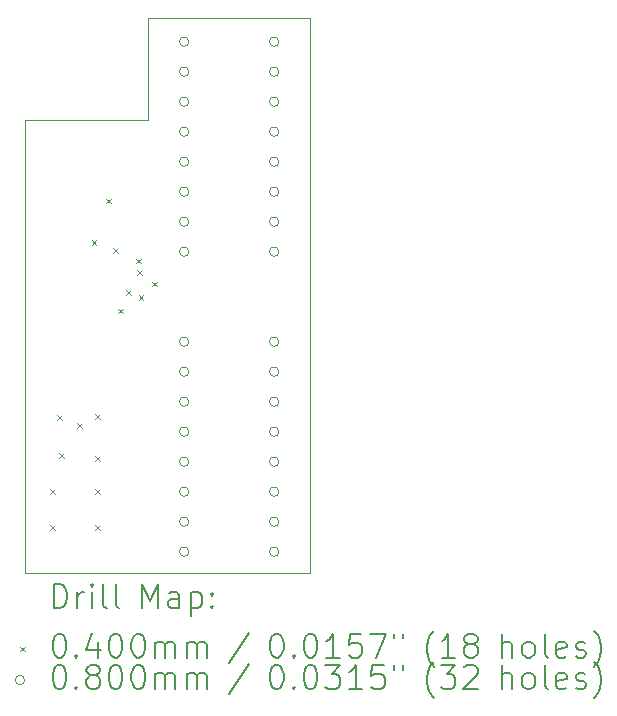
<source format=gbr>
%TF.GenerationSoftware,KiCad,Pcbnew,(7.0.0)*%
%TF.CreationDate,2023-08-04T20:04:34+01:00*%
%TF.ProjectId,DataIODecode,44617461-494f-4446-9563-6f64652e6b69,rev?*%
%TF.SameCoordinates,Original*%
%TF.FileFunction,Drillmap*%
%TF.FilePolarity,Positive*%
%FSLAX45Y45*%
G04 Gerber Fmt 4.5, Leading zero omitted, Abs format (unit mm)*
G04 Created by KiCad (PCBNEW (7.0.0)) date 2023-08-04 20:04:34*
%MOMM*%
%LPD*%
G01*
G04 APERTURE LIST*
%ADD10C,0.100000*%
%ADD11C,0.200000*%
%ADD12C,0.040000*%
%ADD13C,0.080000*%
G04 APERTURE END LIST*
D10*
X14249400Y-7924800D02*
X13208000Y-7924800D01*
X13208000Y-7924800D02*
X13208000Y-11760200D01*
X15621000Y-7061200D02*
X15621000Y-11760200D01*
X15621000Y-11760200D02*
X13208000Y-11760200D01*
X14249400Y-7061200D02*
X15621000Y-7061200D01*
X14249400Y-7924800D02*
X14249400Y-7061200D01*
D11*
D12*
X13416600Y-11054400D02*
X13456600Y-11094400D01*
X13456600Y-11054400D02*
X13416600Y-11094400D01*
X13416600Y-11359200D02*
X13456600Y-11399200D01*
X13456600Y-11359200D02*
X13416600Y-11399200D01*
X13476350Y-10423150D02*
X13516350Y-10463150D01*
X13516350Y-10423150D02*
X13476350Y-10463150D01*
X13492800Y-10749600D02*
X13532800Y-10789600D01*
X13532800Y-10749600D02*
X13492800Y-10789600D01*
X13645200Y-10495600D02*
X13685200Y-10535600D01*
X13685200Y-10495600D02*
X13645200Y-10535600D01*
X13770920Y-8941790D02*
X13810920Y-8981790D01*
X13810920Y-8941790D02*
X13770920Y-8981790D01*
X13797600Y-10419400D02*
X13837600Y-10459400D01*
X13837600Y-10419400D02*
X13797600Y-10459400D01*
X13797600Y-10775000D02*
X13837600Y-10815000D01*
X13837600Y-10775000D02*
X13797600Y-10815000D01*
X13797600Y-11054400D02*
X13837600Y-11094400D01*
X13837600Y-11054400D02*
X13797600Y-11094400D01*
X13797600Y-11359200D02*
X13837600Y-11399200D01*
X13837600Y-11359200D02*
X13797600Y-11399200D01*
X13895440Y-8593690D02*
X13935440Y-8633690D01*
X13935440Y-8593690D02*
X13895440Y-8633690D01*
X13951890Y-9014820D02*
X13991890Y-9054820D01*
X13991890Y-9014820D02*
X13951890Y-9054820D01*
X13992261Y-9525311D02*
X14032261Y-9565311D01*
X14032261Y-9525311D02*
X13992261Y-9565311D01*
X14062590Y-9370460D02*
X14102590Y-9410460D01*
X14102590Y-9370460D02*
X14062590Y-9410460D01*
X14148800Y-9100560D02*
X14188800Y-9140560D01*
X14188800Y-9100560D02*
X14148800Y-9140560D01*
X14155110Y-9200790D02*
X14195110Y-9240790D01*
X14195110Y-9200790D02*
X14155110Y-9240790D01*
X14168150Y-9412990D02*
X14208150Y-9452990D01*
X14208150Y-9412990D02*
X14168150Y-9452990D01*
X14285265Y-9295875D02*
X14325265Y-9335875D01*
X14325265Y-9295875D02*
X14285265Y-9335875D01*
D13*
X14594200Y-7264400D02*
G75*
G03*
X14594200Y-7264400I-40000J0D01*
G01*
X14594200Y-7518400D02*
G75*
G03*
X14594200Y-7518400I-40000J0D01*
G01*
X14594200Y-7772400D02*
G75*
G03*
X14594200Y-7772400I-40000J0D01*
G01*
X14594200Y-8026400D02*
G75*
G03*
X14594200Y-8026400I-40000J0D01*
G01*
X14594200Y-8280400D02*
G75*
G03*
X14594200Y-8280400I-40000J0D01*
G01*
X14594200Y-8534400D02*
G75*
G03*
X14594200Y-8534400I-40000J0D01*
G01*
X14594200Y-8788400D02*
G75*
G03*
X14594200Y-8788400I-40000J0D01*
G01*
X14594200Y-9042400D02*
G75*
G03*
X14594200Y-9042400I-40000J0D01*
G01*
X14594200Y-9804400D02*
G75*
G03*
X14594200Y-9804400I-40000J0D01*
G01*
X14594200Y-10058400D02*
G75*
G03*
X14594200Y-10058400I-40000J0D01*
G01*
X14594200Y-10312400D02*
G75*
G03*
X14594200Y-10312400I-40000J0D01*
G01*
X14594200Y-10566400D02*
G75*
G03*
X14594200Y-10566400I-40000J0D01*
G01*
X14594200Y-10820400D02*
G75*
G03*
X14594200Y-10820400I-40000J0D01*
G01*
X14594200Y-11074400D02*
G75*
G03*
X14594200Y-11074400I-40000J0D01*
G01*
X14594200Y-11328400D02*
G75*
G03*
X14594200Y-11328400I-40000J0D01*
G01*
X14594200Y-11582400D02*
G75*
G03*
X14594200Y-11582400I-40000J0D01*
G01*
X15356200Y-7264400D02*
G75*
G03*
X15356200Y-7264400I-40000J0D01*
G01*
X15356200Y-7518400D02*
G75*
G03*
X15356200Y-7518400I-40000J0D01*
G01*
X15356200Y-7772400D02*
G75*
G03*
X15356200Y-7772400I-40000J0D01*
G01*
X15356200Y-8026400D02*
G75*
G03*
X15356200Y-8026400I-40000J0D01*
G01*
X15356200Y-8280400D02*
G75*
G03*
X15356200Y-8280400I-40000J0D01*
G01*
X15356200Y-8534400D02*
G75*
G03*
X15356200Y-8534400I-40000J0D01*
G01*
X15356200Y-8788400D02*
G75*
G03*
X15356200Y-8788400I-40000J0D01*
G01*
X15356200Y-9042400D02*
G75*
G03*
X15356200Y-9042400I-40000J0D01*
G01*
X15356200Y-9804400D02*
G75*
G03*
X15356200Y-9804400I-40000J0D01*
G01*
X15356200Y-10058400D02*
G75*
G03*
X15356200Y-10058400I-40000J0D01*
G01*
X15356200Y-10312400D02*
G75*
G03*
X15356200Y-10312400I-40000J0D01*
G01*
X15356200Y-10566400D02*
G75*
G03*
X15356200Y-10566400I-40000J0D01*
G01*
X15356200Y-10820400D02*
G75*
G03*
X15356200Y-10820400I-40000J0D01*
G01*
X15356200Y-11074400D02*
G75*
G03*
X15356200Y-11074400I-40000J0D01*
G01*
X15356200Y-11328400D02*
G75*
G03*
X15356200Y-11328400I-40000J0D01*
G01*
X15356200Y-11582400D02*
G75*
G03*
X15356200Y-11582400I-40000J0D01*
G01*
D11*
X13450619Y-12058676D02*
X13450619Y-11858676D01*
X13450619Y-11858676D02*
X13498238Y-11858676D01*
X13498238Y-11858676D02*
X13526809Y-11868200D01*
X13526809Y-11868200D02*
X13545857Y-11887248D01*
X13545857Y-11887248D02*
X13555381Y-11906295D01*
X13555381Y-11906295D02*
X13564905Y-11944390D01*
X13564905Y-11944390D02*
X13564905Y-11972962D01*
X13564905Y-11972962D02*
X13555381Y-12011057D01*
X13555381Y-12011057D02*
X13545857Y-12030105D01*
X13545857Y-12030105D02*
X13526809Y-12049152D01*
X13526809Y-12049152D02*
X13498238Y-12058676D01*
X13498238Y-12058676D02*
X13450619Y-12058676D01*
X13650619Y-12058676D02*
X13650619Y-11925343D01*
X13650619Y-11963438D02*
X13660143Y-11944390D01*
X13660143Y-11944390D02*
X13669667Y-11934867D01*
X13669667Y-11934867D02*
X13688714Y-11925343D01*
X13688714Y-11925343D02*
X13707762Y-11925343D01*
X13774428Y-12058676D02*
X13774428Y-11925343D01*
X13774428Y-11858676D02*
X13764905Y-11868200D01*
X13764905Y-11868200D02*
X13774428Y-11877724D01*
X13774428Y-11877724D02*
X13783952Y-11868200D01*
X13783952Y-11868200D02*
X13774428Y-11858676D01*
X13774428Y-11858676D02*
X13774428Y-11877724D01*
X13898238Y-12058676D02*
X13879190Y-12049152D01*
X13879190Y-12049152D02*
X13869667Y-12030105D01*
X13869667Y-12030105D02*
X13869667Y-11858676D01*
X14003000Y-12058676D02*
X13983952Y-12049152D01*
X13983952Y-12049152D02*
X13974428Y-12030105D01*
X13974428Y-12030105D02*
X13974428Y-11858676D01*
X14199190Y-12058676D02*
X14199190Y-11858676D01*
X14199190Y-11858676D02*
X14265857Y-12001533D01*
X14265857Y-12001533D02*
X14332524Y-11858676D01*
X14332524Y-11858676D02*
X14332524Y-12058676D01*
X14513476Y-12058676D02*
X14513476Y-11953914D01*
X14513476Y-11953914D02*
X14503952Y-11934867D01*
X14503952Y-11934867D02*
X14484905Y-11925343D01*
X14484905Y-11925343D02*
X14446809Y-11925343D01*
X14446809Y-11925343D02*
X14427762Y-11934867D01*
X14513476Y-12049152D02*
X14494428Y-12058676D01*
X14494428Y-12058676D02*
X14446809Y-12058676D01*
X14446809Y-12058676D02*
X14427762Y-12049152D01*
X14427762Y-12049152D02*
X14418238Y-12030105D01*
X14418238Y-12030105D02*
X14418238Y-12011057D01*
X14418238Y-12011057D02*
X14427762Y-11992009D01*
X14427762Y-11992009D02*
X14446809Y-11982486D01*
X14446809Y-11982486D02*
X14494428Y-11982486D01*
X14494428Y-11982486D02*
X14513476Y-11972962D01*
X14608714Y-11925343D02*
X14608714Y-12125343D01*
X14608714Y-11934867D02*
X14627762Y-11925343D01*
X14627762Y-11925343D02*
X14665857Y-11925343D01*
X14665857Y-11925343D02*
X14684905Y-11934867D01*
X14684905Y-11934867D02*
X14694428Y-11944390D01*
X14694428Y-11944390D02*
X14703952Y-11963438D01*
X14703952Y-11963438D02*
X14703952Y-12020581D01*
X14703952Y-12020581D02*
X14694428Y-12039628D01*
X14694428Y-12039628D02*
X14684905Y-12049152D01*
X14684905Y-12049152D02*
X14665857Y-12058676D01*
X14665857Y-12058676D02*
X14627762Y-12058676D01*
X14627762Y-12058676D02*
X14608714Y-12049152D01*
X14789667Y-12039628D02*
X14799190Y-12049152D01*
X14799190Y-12049152D02*
X14789667Y-12058676D01*
X14789667Y-12058676D02*
X14780143Y-12049152D01*
X14780143Y-12049152D02*
X14789667Y-12039628D01*
X14789667Y-12039628D02*
X14789667Y-12058676D01*
X14789667Y-11934867D02*
X14799190Y-11944390D01*
X14799190Y-11944390D02*
X14789667Y-11953914D01*
X14789667Y-11953914D02*
X14780143Y-11944390D01*
X14780143Y-11944390D02*
X14789667Y-11934867D01*
X14789667Y-11934867D02*
X14789667Y-11953914D01*
D12*
X13163000Y-12385200D02*
X13203000Y-12425200D01*
X13203000Y-12385200D02*
X13163000Y-12425200D01*
D11*
X13488714Y-12278676D02*
X13507762Y-12278676D01*
X13507762Y-12278676D02*
X13526809Y-12288200D01*
X13526809Y-12288200D02*
X13536333Y-12297724D01*
X13536333Y-12297724D02*
X13545857Y-12316771D01*
X13545857Y-12316771D02*
X13555381Y-12354867D01*
X13555381Y-12354867D02*
X13555381Y-12402486D01*
X13555381Y-12402486D02*
X13545857Y-12440581D01*
X13545857Y-12440581D02*
X13536333Y-12459628D01*
X13536333Y-12459628D02*
X13526809Y-12469152D01*
X13526809Y-12469152D02*
X13507762Y-12478676D01*
X13507762Y-12478676D02*
X13488714Y-12478676D01*
X13488714Y-12478676D02*
X13469667Y-12469152D01*
X13469667Y-12469152D02*
X13460143Y-12459628D01*
X13460143Y-12459628D02*
X13450619Y-12440581D01*
X13450619Y-12440581D02*
X13441095Y-12402486D01*
X13441095Y-12402486D02*
X13441095Y-12354867D01*
X13441095Y-12354867D02*
X13450619Y-12316771D01*
X13450619Y-12316771D02*
X13460143Y-12297724D01*
X13460143Y-12297724D02*
X13469667Y-12288200D01*
X13469667Y-12288200D02*
X13488714Y-12278676D01*
X13641095Y-12459628D02*
X13650619Y-12469152D01*
X13650619Y-12469152D02*
X13641095Y-12478676D01*
X13641095Y-12478676D02*
X13631571Y-12469152D01*
X13631571Y-12469152D02*
X13641095Y-12459628D01*
X13641095Y-12459628D02*
X13641095Y-12478676D01*
X13822048Y-12345343D02*
X13822048Y-12478676D01*
X13774428Y-12269152D02*
X13726809Y-12412009D01*
X13726809Y-12412009D02*
X13850619Y-12412009D01*
X13964905Y-12278676D02*
X13983952Y-12278676D01*
X13983952Y-12278676D02*
X14003000Y-12288200D01*
X14003000Y-12288200D02*
X14012524Y-12297724D01*
X14012524Y-12297724D02*
X14022048Y-12316771D01*
X14022048Y-12316771D02*
X14031571Y-12354867D01*
X14031571Y-12354867D02*
X14031571Y-12402486D01*
X14031571Y-12402486D02*
X14022048Y-12440581D01*
X14022048Y-12440581D02*
X14012524Y-12459628D01*
X14012524Y-12459628D02*
X14003000Y-12469152D01*
X14003000Y-12469152D02*
X13983952Y-12478676D01*
X13983952Y-12478676D02*
X13964905Y-12478676D01*
X13964905Y-12478676D02*
X13945857Y-12469152D01*
X13945857Y-12469152D02*
X13936333Y-12459628D01*
X13936333Y-12459628D02*
X13926809Y-12440581D01*
X13926809Y-12440581D02*
X13917286Y-12402486D01*
X13917286Y-12402486D02*
X13917286Y-12354867D01*
X13917286Y-12354867D02*
X13926809Y-12316771D01*
X13926809Y-12316771D02*
X13936333Y-12297724D01*
X13936333Y-12297724D02*
X13945857Y-12288200D01*
X13945857Y-12288200D02*
X13964905Y-12278676D01*
X14155381Y-12278676D02*
X14174429Y-12278676D01*
X14174429Y-12278676D02*
X14193476Y-12288200D01*
X14193476Y-12288200D02*
X14203000Y-12297724D01*
X14203000Y-12297724D02*
X14212524Y-12316771D01*
X14212524Y-12316771D02*
X14222048Y-12354867D01*
X14222048Y-12354867D02*
X14222048Y-12402486D01*
X14222048Y-12402486D02*
X14212524Y-12440581D01*
X14212524Y-12440581D02*
X14203000Y-12459628D01*
X14203000Y-12459628D02*
X14193476Y-12469152D01*
X14193476Y-12469152D02*
X14174429Y-12478676D01*
X14174429Y-12478676D02*
X14155381Y-12478676D01*
X14155381Y-12478676D02*
X14136333Y-12469152D01*
X14136333Y-12469152D02*
X14126809Y-12459628D01*
X14126809Y-12459628D02*
X14117286Y-12440581D01*
X14117286Y-12440581D02*
X14107762Y-12402486D01*
X14107762Y-12402486D02*
X14107762Y-12354867D01*
X14107762Y-12354867D02*
X14117286Y-12316771D01*
X14117286Y-12316771D02*
X14126809Y-12297724D01*
X14126809Y-12297724D02*
X14136333Y-12288200D01*
X14136333Y-12288200D02*
X14155381Y-12278676D01*
X14307762Y-12478676D02*
X14307762Y-12345343D01*
X14307762Y-12364390D02*
X14317286Y-12354867D01*
X14317286Y-12354867D02*
X14336333Y-12345343D01*
X14336333Y-12345343D02*
X14364905Y-12345343D01*
X14364905Y-12345343D02*
X14383952Y-12354867D01*
X14383952Y-12354867D02*
X14393476Y-12373914D01*
X14393476Y-12373914D02*
X14393476Y-12478676D01*
X14393476Y-12373914D02*
X14403000Y-12354867D01*
X14403000Y-12354867D02*
X14422048Y-12345343D01*
X14422048Y-12345343D02*
X14450619Y-12345343D01*
X14450619Y-12345343D02*
X14469667Y-12354867D01*
X14469667Y-12354867D02*
X14479190Y-12373914D01*
X14479190Y-12373914D02*
X14479190Y-12478676D01*
X14574429Y-12478676D02*
X14574429Y-12345343D01*
X14574429Y-12364390D02*
X14583952Y-12354867D01*
X14583952Y-12354867D02*
X14603000Y-12345343D01*
X14603000Y-12345343D02*
X14631571Y-12345343D01*
X14631571Y-12345343D02*
X14650619Y-12354867D01*
X14650619Y-12354867D02*
X14660143Y-12373914D01*
X14660143Y-12373914D02*
X14660143Y-12478676D01*
X14660143Y-12373914D02*
X14669667Y-12354867D01*
X14669667Y-12354867D02*
X14688714Y-12345343D01*
X14688714Y-12345343D02*
X14717286Y-12345343D01*
X14717286Y-12345343D02*
X14736333Y-12354867D01*
X14736333Y-12354867D02*
X14745857Y-12373914D01*
X14745857Y-12373914D02*
X14745857Y-12478676D01*
X15103952Y-12269152D02*
X14932524Y-12526295D01*
X15328714Y-12278676D02*
X15347762Y-12278676D01*
X15347762Y-12278676D02*
X15366810Y-12288200D01*
X15366810Y-12288200D02*
X15376333Y-12297724D01*
X15376333Y-12297724D02*
X15385857Y-12316771D01*
X15385857Y-12316771D02*
X15395381Y-12354867D01*
X15395381Y-12354867D02*
X15395381Y-12402486D01*
X15395381Y-12402486D02*
X15385857Y-12440581D01*
X15385857Y-12440581D02*
X15376333Y-12459628D01*
X15376333Y-12459628D02*
X15366810Y-12469152D01*
X15366810Y-12469152D02*
X15347762Y-12478676D01*
X15347762Y-12478676D02*
X15328714Y-12478676D01*
X15328714Y-12478676D02*
X15309667Y-12469152D01*
X15309667Y-12469152D02*
X15300143Y-12459628D01*
X15300143Y-12459628D02*
X15290619Y-12440581D01*
X15290619Y-12440581D02*
X15281095Y-12402486D01*
X15281095Y-12402486D02*
X15281095Y-12354867D01*
X15281095Y-12354867D02*
X15290619Y-12316771D01*
X15290619Y-12316771D02*
X15300143Y-12297724D01*
X15300143Y-12297724D02*
X15309667Y-12288200D01*
X15309667Y-12288200D02*
X15328714Y-12278676D01*
X15481095Y-12459628D02*
X15490619Y-12469152D01*
X15490619Y-12469152D02*
X15481095Y-12478676D01*
X15481095Y-12478676D02*
X15471571Y-12469152D01*
X15471571Y-12469152D02*
X15481095Y-12459628D01*
X15481095Y-12459628D02*
X15481095Y-12478676D01*
X15614429Y-12278676D02*
X15633476Y-12278676D01*
X15633476Y-12278676D02*
X15652524Y-12288200D01*
X15652524Y-12288200D02*
X15662048Y-12297724D01*
X15662048Y-12297724D02*
X15671571Y-12316771D01*
X15671571Y-12316771D02*
X15681095Y-12354867D01*
X15681095Y-12354867D02*
X15681095Y-12402486D01*
X15681095Y-12402486D02*
X15671571Y-12440581D01*
X15671571Y-12440581D02*
X15662048Y-12459628D01*
X15662048Y-12459628D02*
X15652524Y-12469152D01*
X15652524Y-12469152D02*
X15633476Y-12478676D01*
X15633476Y-12478676D02*
X15614429Y-12478676D01*
X15614429Y-12478676D02*
X15595381Y-12469152D01*
X15595381Y-12469152D02*
X15585857Y-12459628D01*
X15585857Y-12459628D02*
X15576333Y-12440581D01*
X15576333Y-12440581D02*
X15566810Y-12402486D01*
X15566810Y-12402486D02*
X15566810Y-12354867D01*
X15566810Y-12354867D02*
X15576333Y-12316771D01*
X15576333Y-12316771D02*
X15585857Y-12297724D01*
X15585857Y-12297724D02*
X15595381Y-12288200D01*
X15595381Y-12288200D02*
X15614429Y-12278676D01*
X15871571Y-12478676D02*
X15757286Y-12478676D01*
X15814429Y-12478676D02*
X15814429Y-12278676D01*
X15814429Y-12278676D02*
X15795381Y-12307248D01*
X15795381Y-12307248D02*
X15776333Y-12326295D01*
X15776333Y-12326295D02*
X15757286Y-12335819D01*
X16052524Y-12278676D02*
X15957286Y-12278676D01*
X15957286Y-12278676D02*
X15947762Y-12373914D01*
X15947762Y-12373914D02*
X15957286Y-12364390D01*
X15957286Y-12364390D02*
X15976333Y-12354867D01*
X15976333Y-12354867D02*
X16023952Y-12354867D01*
X16023952Y-12354867D02*
X16043000Y-12364390D01*
X16043000Y-12364390D02*
X16052524Y-12373914D01*
X16052524Y-12373914D02*
X16062048Y-12392962D01*
X16062048Y-12392962D02*
X16062048Y-12440581D01*
X16062048Y-12440581D02*
X16052524Y-12459628D01*
X16052524Y-12459628D02*
X16043000Y-12469152D01*
X16043000Y-12469152D02*
X16023952Y-12478676D01*
X16023952Y-12478676D02*
X15976333Y-12478676D01*
X15976333Y-12478676D02*
X15957286Y-12469152D01*
X15957286Y-12469152D02*
X15947762Y-12459628D01*
X16128714Y-12278676D02*
X16262048Y-12278676D01*
X16262048Y-12278676D02*
X16176333Y-12478676D01*
X16328714Y-12278676D02*
X16328714Y-12316771D01*
X16404905Y-12278676D02*
X16404905Y-12316771D01*
X16667762Y-12554867D02*
X16658238Y-12545343D01*
X16658238Y-12545343D02*
X16639191Y-12516771D01*
X16639191Y-12516771D02*
X16629667Y-12497724D01*
X16629667Y-12497724D02*
X16620143Y-12469152D01*
X16620143Y-12469152D02*
X16610619Y-12421533D01*
X16610619Y-12421533D02*
X16610619Y-12383438D01*
X16610619Y-12383438D02*
X16620143Y-12335819D01*
X16620143Y-12335819D02*
X16629667Y-12307248D01*
X16629667Y-12307248D02*
X16639191Y-12288200D01*
X16639191Y-12288200D02*
X16658238Y-12259628D01*
X16658238Y-12259628D02*
X16667762Y-12250105D01*
X16848714Y-12478676D02*
X16734429Y-12478676D01*
X16791572Y-12478676D02*
X16791572Y-12278676D01*
X16791572Y-12278676D02*
X16772524Y-12307248D01*
X16772524Y-12307248D02*
X16753476Y-12326295D01*
X16753476Y-12326295D02*
X16734429Y-12335819D01*
X16963000Y-12364390D02*
X16943953Y-12354867D01*
X16943953Y-12354867D02*
X16934429Y-12345343D01*
X16934429Y-12345343D02*
X16924905Y-12326295D01*
X16924905Y-12326295D02*
X16924905Y-12316771D01*
X16924905Y-12316771D02*
X16934429Y-12297724D01*
X16934429Y-12297724D02*
X16943953Y-12288200D01*
X16943953Y-12288200D02*
X16963000Y-12278676D01*
X16963000Y-12278676D02*
X17001095Y-12278676D01*
X17001095Y-12278676D02*
X17020143Y-12288200D01*
X17020143Y-12288200D02*
X17029667Y-12297724D01*
X17029667Y-12297724D02*
X17039191Y-12316771D01*
X17039191Y-12316771D02*
X17039191Y-12326295D01*
X17039191Y-12326295D02*
X17029667Y-12345343D01*
X17029667Y-12345343D02*
X17020143Y-12354867D01*
X17020143Y-12354867D02*
X17001095Y-12364390D01*
X17001095Y-12364390D02*
X16963000Y-12364390D01*
X16963000Y-12364390D02*
X16943953Y-12373914D01*
X16943953Y-12373914D02*
X16934429Y-12383438D01*
X16934429Y-12383438D02*
X16924905Y-12402486D01*
X16924905Y-12402486D02*
X16924905Y-12440581D01*
X16924905Y-12440581D02*
X16934429Y-12459628D01*
X16934429Y-12459628D02*
X16943953Y-12469152D01*
X16943953Y-12469152D02*
X16963000Y-12478676D01*
X16963000Y-12478676D02*
X17001095Y-12478676D01*
X17001095Y-12478676D02*
X17020143Y-12469152D01*
X17020143Y-12469152D02*
X17029667Y-12459628D01*
X17029667Y-12459628D02*
X17039191Y-12440581D01*
X17039191Y-12440581D02*
X17039191Y-12402486D01*
X17039191Y-12402486D02*
X17029667Y-12383438D01*
X17029667Y-12383438D02*
X17020143Y-12373914D01*
X17020143Y-12373914D02*
X17001095Y-12364390D01*
X17244905Y-12478676D02*
X17244905Y-12278676D01*
X17330619Y-12478676D02*
X17330619Y-12373914D01*
X17330619Y-12373914D02*
X17321095Y-12354867D01*
X17321095Y-12354867D02*
X17302048Y-12345343D01*
X17302048Y-12345343D02*
X17273476Y-12345343D01*
X17273476Y-12345343D02*
X17254429Y-12354867D01*
X17254429Y-12354867D02*
X17244905Y-12364390D01*
X17454429Y-12478676D02*
X17435381Y-12469152D01*
X17435381Y-12469152D02*
X17425857Y-12459628D01*
X17425857Y-12459628D02*
X17416334Y-12440581D01*
X17416334Y-12440581D02*
X17416334Y-12383438D01*
X17416334Y-12383438D02*
X17425857Y-12364390D01*
X17425857Y-12364390D02*
X17435381Y-12354867D01*
X17435381Y-12354867D02*
X17454429Y-12345343D01*
X17454429Y-12345343D02*
X17483000Y-12345343D01*
X17483000Y-12345343D02*
X17502048Y-12354867D01*
X17502048Y-12354867D02*
X17511572Y-12364390D01*
X17511572Y-12364390D02*
X17521095Y-12383438D01*
X17521095Y-12383438D02*
X17521095Y-12440581D01*
X17521095Y-12440581D02*
X17511572Y-12459628D01*
X17511572Y-12459628D02*
X17502048Y-12469152D01*
X17502048Y-12469152D02*
X17483000Y-12478676D01*
X17483000Y-12478676D02*
X17454429Y-12478676D01*
X17635381Y-12478676D02*
X17616334Y-12469152D01*
X17616334Y-12469152D02*
X17606810Y-12450105D01*
X17606810Y-12450105D02*
X17606810Y-12278676D01*
X17787762Y-12469152D02*
X17768715Y-12478676D01*
X17768715Y-12478676D02*
X17730619Y-12478676D01*
X17730619Y-12478676D02*
X17711572Y-12469152D01*
X17711572Y-12469152D02*
X17702048Y-12450105D01*
X17702048Y-12450105D02*
X17702048Y-12373914D01*
X17702048Y-12373914D02*
X17711572Y-12354867D01*
X17711572Y-12354867D02*
X17730619Y-12345343D01*
X17730619Y-12345343D02*
X17768715Y-12345343D01*
X17768715Y-12345343D02*
X17787762Y-12354867D01*
X17787762Y-12354867D02*
X17797286Y-12373914D01*
X17797286Y-12373914D02*
X17797286Y-12392962D01*
X17797286Y-12392962D02*
X17702048Y-12412009D01*
X17873476Y-12469152D02*
X17892524Y-12478676D01*
X17892524Y-12478676D02*
X17930619Y-12478676D01*
X17930619Y-12478676D02*
X17949667Y-12469152D01*
X17949667Y-12469152D02*
X17959191Y-12450105D01*
X17959191Y-12450105D02*
X17959191Y-12440581D01*
X17959191Y-12440581D02*
X17949667Y-12421533D01*
X17949667Y-12421533D02*
X17930619Y-12412009D01*
X17930619Y-12412009D02*
X17902048Y-12412009D01*
X17902048Y-12412009D02*
X17883000Y-12402486D01*
X17883000Y-12402486D02*
X17873476Y-12383438D01*
X17873476Y-12383438D02*
X17873476Y-12373914D01*
X17873476Y-12373914D02*
X17883000Y-12354867D01*
X17883000Y-12354867D02*
X17902048Y-12345343D01*
X17902048Y-12345343D02*
X17930619Y-12345343D01*
X17930619Y-12345343D02*
X17949667Y-12354867D01*
X18025857Y-12554867D02*
X18035381Y-12545343D01*
X18035381Y-12545343D02*
X18054429Y-12516771D01*
X18054429Y-12516771D02*
X18063953Y-12497724D01*
X18063953Y-12497724D02*
X18073476Y-12469152D01*
X18073476Y-12469152D02*
X18083000Y-12421533D01*
X18083000Y-12421533D02*
X18083000Y-12383438D01*
X18083000Y-12383438D02*
X18073476Y-12335819D01*
X18073476Y-12335819D02*
X18063953Y-12307248D01*
X18063953Y-12307248D02*
X18054429Y-12288200D01*
X18054429Y-12288200D02*
X18035381Y-12259628D01*
X18035381Y-12259628D02*
X18025857Y-12250105D01*
D13*
X13203000Y-12669200D02*
G75*
G03*
X13203000Y-12669200I-40000J0D01*
G01*
D11*
X13488714Y-12542676D02*
X13507762Y-12542676D01*
X13507762Y-12542676D02*
X13526809Y-12552200D01*
X13526809Y-12552200D02*
X13536333Y-12561724D01*
X13536333Y-12561724D02*
X13545857Y-12580771D01*
X13545857Y-12580771D02*
X13555381Y-12618867D01*
X13555381Y-12618867D02*
X13555381Y-12666486D01*
X13555381Y-12666486D02*
X13545857Y-12704581D01*
X13545857Y-12704581D02*
X13536333Y-12723628D01*
X13536333Y-12723628D02*
X13526809Y-12733152D01*
X13526809Y-12733152D02*
X13507762Y-12742676D01*
X13507762Y-12742676D02*
X13488714Y-12742676D01*
X13488714Y-12742676D02*
X13469667Y-12733152D01*
X13469667Y-12733152D02*
X13460143Y-12723628D01*
X13460143Y-12723628D02*
X13450619Y-12704581D01*
X13450619Y-12704581D02*
X13441095Y-12666486D01*
X13441095Y-12666486D02*
X13441095Y-12618867D01*
X13441095Y-12618867D02*
X13450619Y-12580771D01*
X13450619Y-12580771D02*
X13460143Y-12561724D01*
X13460143Y-12561724D02*
X13469667Y-12552200D01*
X13469667Y-12552200D02*
X13488714Y-12542676D01*
X13641095Y-12723628D02*
X13650619Y-12733152D01*
X13650619Y-12733152D02*
X13641095Y-12742676D01*
X13641095Y-12742676D02*
X13631571Y-12733152D01*
X13631571Y-12733152D02*
X13641095Y-12723628D01*
X13641095Y-12723628D02*
X13641095Y-12742676D01*
X13764905Y-12628390D02*
X13745857Y-12618867D01*
X13745857Y-12618867D02*
X13736333Y-12609343D01*
X13736333Y-12609343D02*
X13726809Y-12590295D01*
X13726809Y-12590295D02*
X13726809Y-12580771D01*
X13726809Y-12580771D02*
X13736333Y-12561724D01*
X13736333Y-12561724D02*
X13745857Y-12552200D01*
X13745857Y-12552200D02*
X13764905Y-12542676D01*
X13764905Y-12542676D02*
X13803000Y-12542676D01*
X13803000Y-12542676D02*
X13822048Y-12552200D01*
X13822048Y-12552200D02*
X13831571Y-12561724D01*
X13831571Y-12561724D02*
X13841095Y-12580771D01*
X13841095Y-12580771D02*
X13841095Y-12590295D01*
X13841095Y-12590295D02*
X13831571Y-12609343D01*
X13831571Y-12609343D02*
X13822048Y-12618867D01*
X13822048Y-12618867D02*
X13803000Y-12628390D01*
X13803000Y-12628390D02*
X13764905Y-12628390D01*
X13764905Y-12628390D02*
X13745857Y-12637914D01*
X13745857Y-12637914D02*
X13736333Y-12647438D01*
X13736333Y-12647438D02*
X13726809Y-12666486D01*
X13726809Y-12666486D02*
X13726809Y-12704581D01*
X13726809Y-12704581D02*
X13736333Y-12723628D01*
X13736333Y-12723628D02*
X13745857Y-12733152D01*
X13745857Y-12733152D02*
X13764905Y-12742676D01*
X13764905Y-12742676D02*
X13803000Y-12742676D01*
X13803000Y-12742676D02*
X13822048Y-12733152D01*
X13822048Y-12733152D02*
X13831571Y-12723628D01*
X13831571Y-12723628D02*
X13841095Y-12704581D01*
X13841095Y-12704581D02*
X13841095Y-12666486D01*
X13841095Y-12666486D02*
X13831571Y-12647438D01*
X13831571Y-12647438D02*
X13822048Y-12637914D01*
X13822048Y-12637914D02*
X13803000Y-12628390D01*
X13964905Y-12542676D02*
X13983952Y-12542676D01*
X13983952Y-12542676D02*
X14003000Y-12552200D01*
X14003000Y-12552200D02*
X14012524Y-12561724D01*
X14012524Y-12561724D02*
X14022048Y-12580771D01*
X14022048Y-12580771D02*
X14031571Y-12618867D01*
X14031571Y-12618867D02*
X14031571Y-12666486D01*
X14031571Y-12666486D02*
X14022048Y-12704581D01*
X14022048Y-12704581D02*
X14012524Y-12723628D01*
X14012524Y-12723628D02*
X14003000Y-12733152D01*
X14003000Y-12733152D02*
X13983952Y-12742676D01*
X13983952Y-12742676D02*
X13964905Y-12742676D01*
X13964905Y-12742676D02*
X13945857Y-12733152D01*
X13945857Y-12733152D02*
X13936333Y-12723628D01*
X13936333Y-12723628D02*
X13926809Y-12704581D01*
X13926809Y-12704581D02*
X13917286Y-12666486D01*
X13917286Y-12666486D02*
X13917286Y-12618867D01*
X13917286Y-12618867D02*
X13926809Y-12580771D01*
X13926809Y-12580771D02*
X13936333Y-12561724D01*
X13936333Y-12561724D02*
X13945857Y-12552200D01*
X13945857Y-12552200D02*
X13964905Y-12542676D01*
X14155381Y-12542676D02*
X14174429Y-12542676D01*
X14174429Y-12542676D02*
X14193476Y-12552200D01*
X14193476Y-12552200D02*
X14203000Y-12561724D01*
X14203000Y-12561724D02*
X14212524Y-12580771D01*
X14212524Y-12580771D02*
X14222048Y-12618867D01*
X14222048Y-12618867D02*
X14222048Y-12666486D01*
X14222048Y-12666486D02*
X14212524Y-12704581D01*
X14212524Y-12704581D02*
X14203000Y-12723628D01*
X14203000Y-12723628D02*
X14193476Y-12733152D01*
X14193476Y-12733152D02*
X14174429Y-12742676D01*
X14174429Y-12742676D02*
X14155381Y-12742676D01*
X14155381Y-12742676D02*
X14136333Y-12733152D01*
X14136333Y-12733152D02*
X14126809Y-12723628D01*
X14126809Y-12723628D02*
X14117286Y-12704581D01*
X14117286Y-12704581D02*
X14107762Y-12666486D01*
X14107762Y-12666486D02*
X14107762Y-12618867D01*
X14107762Y-12618867D02*
X14117286Y-12580771D01*
X14117286Y-12580771D02*
X14126809Y-12561724D01*
X14126809Y-12561724D02*
X14136333Y-12552200D01*
X14136333Y-12552200D02*
X14155381Y-12542676D01*
X14307762Y-12742676D02*
X14307762Y-12609343D01*
X14307762Y-12628390D02*
X14317286Y-12618867D01*
X14317286Y-12618867D02*
X14336333Y-12609343D01*
X14336333Y-12609343D02*
X14364905Y-12609343D01*
X14364905Y-12609343D02*
X14383952Y-12618867D01*
X14383952Y-12618867D02*
X14393476Y-12637914D01*
X14393476Y-12637914D02*
X14393476Y-12742676D01*
X14393476Y-12637914D02*
X14403000Y-12618867D01*
X14403000Y-12618867D02*
X14422048Y-12609343D01*
X14422048Y-12609343D02*
X14450619Y-12609343D01*
X14450619Y-12609343D02*
X14469667Y-12618867D01*
X14469667Y-12618867D02*
X14479190Y-12637914D01*
X14479190Y-12637914D02*
X14479190Y-12742676D01*
X14574429Y-12742676D02*
X14574429Y-12609343D01*
X14574429Y-12628390D02*
X14583952Y-12618867D01*
X14583952Y-12618867D02*
X14603000Y-12609343D01*
X14603000Y-12609343D02*
X14631571Y-12609343D01*
X14631571Y-12609343D02*
X14650619Y-12618867D01*
X14650619Y-12618867D02*
X14660143Y-12637914D01*
X14660143Y-12637914D02*
X14660143Y-12742676D01*
X14660143Y-12637914D02*
X14669667Y-12618867D01*
X14669667Y-12618867D02*
X14688714Y-12609343D01*
X14688714Y-12609343D02*
X14717286Y-12609343D01*
X14717286Y-12609343D02*
X14736333Y-12618867D01*
X14736333Y-12618867D02*
X14745857Y-12637914D01*
X14745857Y-12637914D02*
X14745857Y-12742676D01*
X15103952Y-12533152D02*
X14932524Y-12790295D01*
X15328714Y-12542676D02*
X15347762Y-12542676D01*
X15347762Y-12542676D02*
X15366810Y-12552200D01*
X15366810Y-12552200D02*
X15376333Y-12561724D01*
X15376333Y-12561724D02*
X15385857Y-12580771D01*
X15385857Y-12580771D02*
X15395381Y-12618867D01*
X15395381Y-12618867D02*
X15395381Y-12666486D01*
X15395381Y-12666486D02*
X15385857Y-12704581D01*
X15385857Y-12704581D02*
X15376333Y-12723628D01*
X15376333Y-12723628D02*
X15366810Y-12733152D01*
X15366810Y-12733152D02*
X15347762Y-12742676D01*
X15347762Y-12742676D02*
X15328714Y-12742676D01*
X15328714Y-12742676D02*
X15309667Y-12733152D01*
X15309667Y-12733152D02*
X15300143Y-12723628D01*
X15300143Y-12723628D02*
X15290619Y-12704581D01*
X15290619Y-12704581D02*
X15281095Y-12666486D01*
X15281095Y-12666486D02*
X15281095Y-12618867D01*
X15281095Y-12618867D02*
X15290619Y-12580771D01*
X15290619Y-12580771D02*
X15300143Y-12561724D01*
X15300143Y-12561724D02*
X15309667Y-12552200D01*
X15309667Y-12552200D02*
X15328714Y-12542676D01*
X15481095Y-12723628D02*
X15490619Y-12733152D01*
X15490619Y-12733152D02*
X15481095Y-12742676D01*
X15481095Y-12742676D02*
X15471571Y-12733152D01*
X15471571Y-12733152D02*
X15481095Y-12723628D01*
X15481095Y-12723628D02*
X15481095Y-12742676D01*
X15614429Y-12542676D02*
X15633476Y-12542676D01*
X15633476Y-12542676D02*
X15652524Y-12552200D01*
X15652524Y-12552200D02*
X15662048Y-12561724D01*
X15662048Y-12561724D02*
X15671571Y-12580771D01*
X15671571Y-12580771D02*
X15681095Y-12618867D01*
X15681095Y-12618867D02*
X15681095Y-12666486D01*
X15681095Y-12666486D02*
X15671571Y-12704581D01*
X15671571Y-12704581D02*
X15662048Y-12723628D01*
X15662048Y-12723628D02*
X15652524Y-12733152D01*
X15652524Y-12733152D02*
X15633476Y-12742676D01*
X15633476Y-12742676D02*
X15614429Y-12742676D01*
X15614429Y-12742676D02*
X15595381Y-12733152D01*
X15595381Y-12733152D02*
X15585857Y-12723628D01*
X15585857Y-12723628D02*
X15576333Y-12704581D01*
X15576333Y-12704581D02*
X15566810Y-12666486D01*
X15566810Y-12666486D02*
X15566810Y-12618867D01*
X15566810Y-12618867D02*
X15576333Y-12580771D01*
X15576333Y-12580771D02*
X15585857Y-12561724D01*
X15585857Y-12561724D02*
X15595381Y-12552200D01*
X15595381Y-12552200D02*
X15614429Y-12542676D01*
X15747762Y-12542676D02*
X15871571Y-12542676D01*
X15871571Y-12542676D02*
X15804905Y-12618867D01*
X15804905Y-12618867D02*
X15833476Y-12618867D01*
X15833476Y-12618867D02*
X15852524Y-12628390D01*
X15852524Y-12628390D02*
X15862048Y-12637914D01*
X15862048Y-12637914D02*
X15871571Y-12656962D01*
X15871571Y-12656962D02*
X15871571Y-12704581D01*
X15871571Y-12704581D02*
X15862048Y-12723628D01*
X15862048Y-12723628D02*
X15852524Y-12733152D01*
X15852524Y-12733152D02*
X15833476Y-12742676D01*
X15833476Y-12742676D02*
X15776333Y-12742676D01*
X15776333Y-12742676D02*
X15757286Y-12733152D01*
X15757286Y-12733152D02*
X15747762Y-12723628D01*
X16062048Y-12742676D02*
X15947762Y-12742676D01*
X16004905Y-12742676D02*
X16004905Y-12542676D01*
X16004905Y-12542676D02*
X15985857Y-12571248D01*
X15985857Y-12571248D02*
X15966810Y-12590295D01*
X15966810Y-12590295D02*
X15947762Y-12599819D01*
X16243000Y-12542676D02*
X16147762Y-12542676D01*
X16147762Y-12542676D02*
X16138238Y-12637914D01*
X16138238Y-12637914D02*
X16147762Y-12628390D01*
X16147762Y-12628390D02*
X16166810Y-12618867D01*
X16166810Y-12618867D02*
X16214429Y-12618867D01*
X16214429Y-12618867D02*
X16233476Y-12628390D01*
X16233476Y-12628390D02*
X16243000Y-12637914D01*
X16243000Y-12637914D02*
X16252524Y-12656962D01*
X16252524Y-12656962D02*
X16252524Y-12704581D01*
X16252524Y-12704581D02*
X16243000Y-12723628D01*
X16243000Y-12723628D02*
X16233476Y-12733152D01*
X16233476Y-12733152D02*
X16214429Y-12742676D01*
X16214429Y-12742676D02*
X16166810Y-12742676D01*
X16166810Y-12742676D02*
X16147762Y-12733152D01*
X16147762Y-12733152D02*
X16138238Y-12723628D01*
X16328714Y-12542676D02*
X16328714Y-12580771D01*
X16404905Y-12542676D02*
X16404905Y-12580771D01*
X16667762Y-12818867D02*
X16658238Y-12809343D01*
X16658238Y-12809343D02*
X16639191Y-12780771D01*
X16639191Y-12780771D02*
X16629667Y-12761724D01*
X16629667Y-12761724D02*
X16620143Y-12733152D01*
X16620143Y-12733152D02*
X16610619Y-12685533D01*
X16610619Y-12685533D02*
X16610619Y-12647438D01*
X16610619Y-12647438D02*
X16620143Y-12599819D01*
X16620143Y-12599819D02*
X16629667Y-12571248D01*
X16629667Y-12571248D02*
X16639191Y-12552200D01*
X16639191Y-12552200D02*
X16658238Y-12523628D01*
X16658238Y-12523628D02*
X16667762Y-12514105D01*
X16724905Y-12542676D02*
X16848714Y-12542676D01*
X16848714Y-12542676D02*
X16782048Y-12618867D01*
X16782048Y-12618867D02*
X16810619Y-12618867D01*
X16810619Y-12618867D02*
X16829667Y-12628390D01*
X16829667Y-12628390D02*
X16839191Y-12637914D01*
X16839191Y-12637914D02*
X16848714Y-12656962D01*
X16848714Y-12656962D02*
X16848714Y-12704581D01*
X16848714Y-12704581D02*
X16839191Y-12723628D01*
X16839191Y-12723628D02*
X16829667Y-12733152D01*
X16829667Y-12733152D02*
X16810619Y-12742676D01*
X16810619Y-12742676D02*
X16753476Y-12742676D01*
X16753476Y-12742676D02*
X16734429Y-12733152D01*
X16734429Y-12733152D02*
X16724905Y-12723628D01*
X16924905Y-12561724D02*
X16934429Y-12552200D01*
X16934429Y-12552200D02*
X16953476Y-12542676D01*
X16953476Y-12542676D02*
X17001095Y-12542676D01*
X17001095Y-12542676D02*
X17020143Y-12552200D01*
X17020143Y-12552200D02*
X17029667Y-12561724D01*
X17029667Y-12561724D02*
X17039191Y-12580771D01*
X17039191Y-12580771D02*
X17039191Y-12599819D01*
X17039191Y-12599819D02*
X17029667Y-12628390D01*
X17029667Y-12628390D02*
X16915381Y-12742676D01*
X16915381Y-12742676D02*
X17039191Y-12742676D01*
X17244905Y-12742676D02*
X17244905Y-12542676D01*
X17330619Y-12742676D02*
X17330619Y-12637914D01*
X17330619Y-12637914D02*
X17321095Y-12618867D01*
X17321095Y-12618867D02*
X17302048Y-12609343D01*
X17302048Y-12609343D02*
X17273476Y-12609343D01*
X17273476Y-12609343D02*
X17254429Y-12618867D01*
X17254429Y-12618867D02*
X17244905Y-12628390D01*
X17454429Y-12742676D02*
X17435381Y-12733152D01*
X17435381Y-12733152D02*
X17425857Y-12723628D01*
X17425857Y-12723628D02*
X17416334Y-12704581D01*
X17416334Y-12704581D02*
X17416334Y-12647438D01*
X17416334Y-12647438D02*
X17425857Y-12628390D01*
X17425857Y-12628390D02*
X17435381Y-12618867D01*
X17435381Y-12618867D02*
X17454429Y-12609343D01*
X17454429Y-12609343D02*
X17483000Y-12609343D01*
X17483000Y-12609343D02*
X17502048Y-12618867D01*
X17502048Y-12618867D02*
X17511572Y-12628390D01*
X17511572Y-12628390D02*
X17521095Y-12647438D01*
X17521095Y-12647438D02*
X17521095Y-12704581D01*
X17521095Y-12704581D02*
X17511572Y-12723628D01*
X17511572Y-12723628D02*
X17502048Y-12733152D01*
X17502048Y-12733152D02*
X17483000Y-12742676D01*
X17483000Y-12742676D02*
X17454429Y-12742676D01*
X17635381Y-12742676D02*
X17616334Y-12733152D01*
X17616334Y-12733152D02*
X17606810Y-12714105D01*
X17606810Y-12714105D02*
X17606810Y-12542676D01*
X17787762Y-12733152D02*
X17768715Y-12742676D01*
X17768715Y-12742676D02*
X17730619Y-12742676D01*
X17730619Y-12742676D02*
X17711572Y-12733152D01*
X17711572Y-12733152D02*
X17702048Y-12714105D01*
X17702048Y-12714105D02*
X17702048Y-12637914D01*
X17702048Y-12637914D02*
X17711572Y-12618867D01*
X17711572Y-12618867D02*
X17730619Y-12609343D01*
X17730619Y-12609343D02*
X17768715Y-12609343D01*
X17768715Y-12609343D02*
X17787762Y-12618867D01*
X17787762Y-12618867D02*
X17797286Y-12637914D01*
X17797286Y-12637914D02*
X17797286Y-12656962D01*
X17797286Y-12656962D02*
X17702048Y-12676009D01*
X17873476Y-12733152D02*
X17892524Y-12742676D01*
X17892524Y-12742676D02*
X17930619Y-12742676D01*
X17930619Y-12742676D02*
X17949667Y-12733152D01*
X17949667Y-12733152D02*
X17959191Y-12714105D01*
X17959191Y-12714105D02*
X17959191Y-12704581D01*
X17959191Y-12704581D02*
X17949667Y-12685533D01*
X17949667Y-12685533D02*
X17930619Y-12676009D01*
X17930619Y-12676009D02*
X17902048Y-12676009D01*
X17902048Y-12676009D02*
X17883000Y-12666486D01*
X17883000Y-12666486D02*
X17873476Y-12647438D01*
X17873476Y-12647438D02*
X17873476Y-12637914D01*
X17873476Y-12637914D02*
X17883000Y-12618867D01*
X17883000Y-12618867D02*
X17902048Y-12609343D01*
X17902048Y-12609343D02*
X17930619Y-12609343D01*
X17930619Y-12609343D02*
X17949667Y-12618867D01*
X18025857Y-12818867D02*
X18035381Y-12809343D01*
X18035381Y-12809343D02*
X18054429Y-12780771D01*
X18054429Y-12780771D02*
X18063953Y-12761724D01*
X18063953Y-12761724D02*
X18073476Y-12733152D01*
X18073476Y-12733152D02*
X18083000Y-12685533D01*
X18083000Y-12685533D02*
X18083000Y-12647438D01*
X18083000Y-12647438D02*
X18073476Y-12599819D01*
X18073476Y-12599819D02*
X18063953Y-12571248D01*
X18063953Y-12571248D02*
X18054429Y-12552200D01*
X18054429Y-12552200D02*
X18035381Y-12523628D01*
X18035381Y-12523628D02*
X18025857Y-12514105D01*
M02*

</source>
